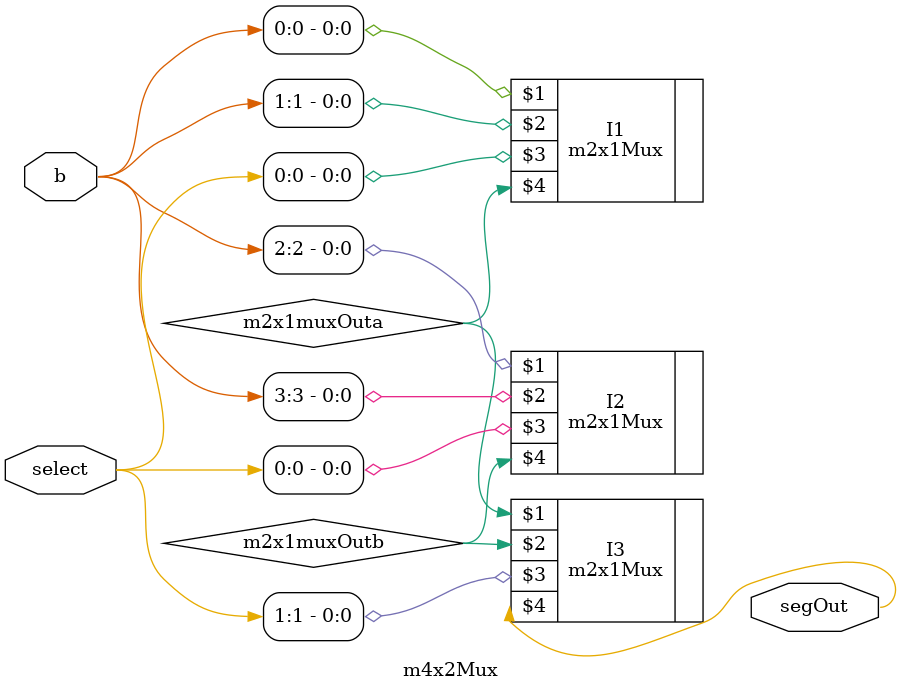
<source format=v>
`timescale 1ns / 1ps

module m4x2Mux(b, select, segOut);
  input [3:0] b;
  input [1:0] select;
  output segOut;
  wire m2x1muxOuta, m2x1muxOutb;
  m2x1Mux I1 (b[0],b[1],select[0],m2x1muxOuta);
  m2x1Mux I2 (b[2],b[3],select[0],m2x1muxOutb);
  m2x1Mux I3 (m2x1muxOuta,m2x1muxOutb,select[1],segOut);
endmodule
</source>
